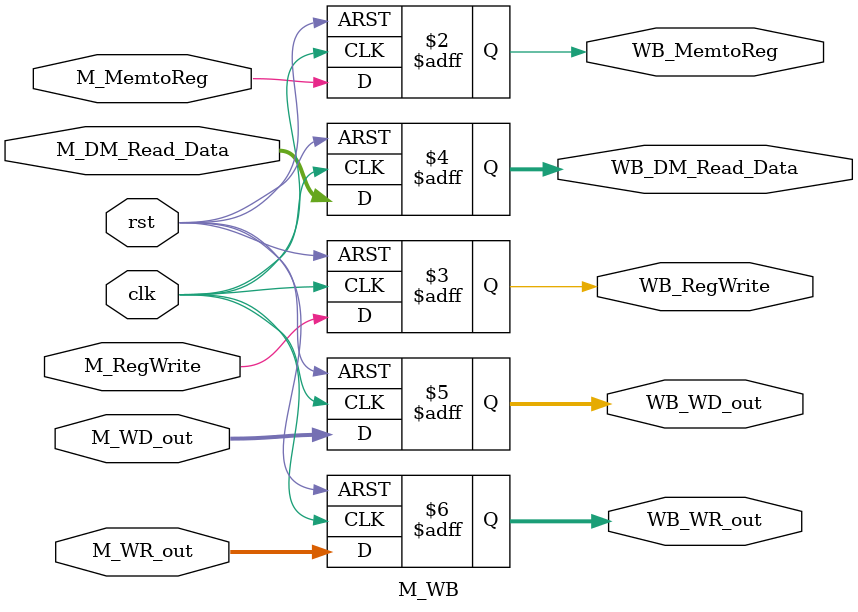
<source format=v>

module M_WB ( 	clk,
              	rst,
		// input 
		// WB
		M_MemtoReg,
		M_RegWrite,
		// pipe
		M_DM_Read_Data,
		M_WD_out,
		M_WR_out,
		// output
		// WB
		WB_MemtoReg,
		WB_RegWrite,
		// pipe
		WB_DM_Read_Data,
		WB_WD_out,
              	WB_WR_out
		);
	
	parameter data_size = 32;
	
	input clk, rst;
	
	// WB
    	input M_MemtoReg;	
    	input M_RegWrite;

	// pipe
    	input [data_size-1:0] M_DM_Read_Data;
    	input [data_size-1:0] M_WD_out;
    	input [4:0] M_WR_out;

	// WB
	output WB_MemtoReg;
	output WB_RegWrite;

	// pipe
    	output [data_size-1:0] WB_DM_Read_Data;
    	output [data_size-1:0] WB_WD_out;
    	output [4:0] WB_WR_out;
	
	reg WB_MemtoReg;
	reg WB_RegWrite;
	reg [data_size-1:0] WB_DM_Read_Data;
	reg [data_size-1:0] WB_WD_out;
	reg [4:0] WB_WR_out;

	always @(negedge clk or posedge rst) begin
		if(rst) 
		begin
			WB_MemtoReg = 0;
			WB_RegWrite = 0;
			WB_DM_Read_Data = 0;
			WB_WD_out = 0;
			WB_WR_out = 0;
		end

		else 
		begin
			WB_MemtoReg = M_MemtoReg;
			WB_RegWrite = M_RegWrite;
			WB_DM_Read_Data = M_DM_Read_Data;
			WB_WD_out = M_WD_out;
			WB_WR_out = M_WR_out;
		end
	end

endmodule













</source>
